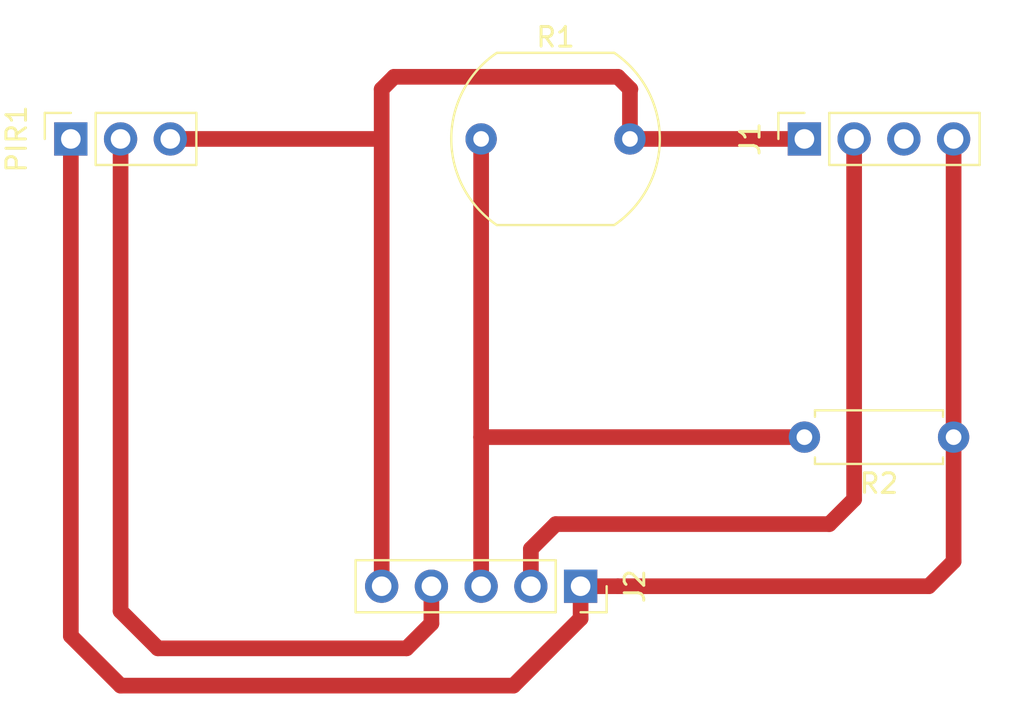
<source format=kicad_pcb>
(kicad_pcb (version 20171130) (host pcbnew "(5.1.2)-1")

  (general
    (thickness 1.6)
    (drawings 12)
    (tracks 32)
    (zones 0)
    (modules 5)
    (nets 7)
  )

  (page A4)
  (layers
    (0 F.Cu signal)
    (31 B.Cu signal)
    (32 B.Adhes user)
    (33 F.Adhes user)
    (34 B.Paste user)
    (35 F.Paste user)
    (36 B.SilkS user)
    (37 F.SilkS user)
    (38 B.Mask user)
    (39 F.Mask user)
    (40 Dwgs.User user)
    (41 Cmts.User user)
    (42 Eco1.User user)
    (43 Eco2.User user)
    (44 Edge.Cuts user)
    (45 Margin user)
    (46 B.CrtYd user)
    (47 F.CrtYd user)
    (48 B.Fab user)
    (49 F.Fab user)
  )

  (setup
    (last_trace_width 0.8)
    (user_trace_width 0.8)
    (trace_clearance 0.2)
    (zone_clearance 0.508)
    (zone_45_only no)
    (trace_min 0.2)
    (via_size 0.8)
    (via_drill 0.4)
    (via_min_size 0.4)
    (via_min_drill 0.3)
    (user_via 2 1)
    (uvia_size 0.3)
    (uvia_drill 0.1)
    (uvias_allowed no)
    (uvia_min_size 0.2)
    (uvia_min_drill 0.1)
    (edge_width 0.05)
    (segment_width 0.2)
    (pcb_text_width 0.3)
    (pcb_text_size 1.5 1.5)
    (mod_edge_width 0.12)
    (mod_text_size 1 1)
    (mod_text_width 0.15)
    (pad_size 1.524 1.524)
    (pad_drill 0.762)
    (pad_to_mask_clearance 0.051)
    (solder_mask_min_width 0.25)
    (aux_axis_origin 0 0)
    (visible_elements FFFFFF7F)
    (pcbplotparams
      (layerselection 0x010fc_ffffffff)
      (usegerberextensions false)
      (usegerberattributes false)
      (usegerberadvancedattributes false)
      (creategerberjobfile false)
      (excludeedgelayer true)
      (linewidth 0.100000)
      (plotframeref false)
      (viasonmask false)
      (mode 1)
      (useauxorigin false)
      (hpglpennumber 1)
      (hpglpenspeed 20)
      (hpglpendiameter 15.000000)
      (psnegative false)
      (psa4output false)
      (plotreference true)
      (plotvalue true)
      (plotinvisibletext false)
      (padsonsilk false)
      (subtractmaskfromsilk false)
      (outputformat 1)
      (mirror false)
      (drillshape 1)
      (scaleselection 1)
      (outputdirectory ""))
  )

  (net 0 "")
  (net 1 "Net-(J1-Pad3)")
  (net 2 /GND)
  (net 3 /DHT11)
  (net 4 /VCC)
  (net 5 /LDR)
  (net 6 /PIR)

  (net_class Default "Esta es la clase de red por defecto."
    (clearance 0.2)
    (trace_width 0.25)
    (via_dia 0.8)
    (via_drill 0.4)
    (uvia_dia 0.3)
    (uvia_drill 0.1)
    (add_net /DHT11)
    (add_net /GND)
    (add_net /LDR)
    (add_net /PIR)
    (add_net /VCC)
    (add_net "Net-(J1-Pad3)")
  )

  (module OptoDevice:R_LDR_10x8.5mm_P7.6mm_Vertical (layer F.Cu) (tedit 5B860466) (tstamp 5CD21056)
    (at 127.635 62.23)
    (descr "Resistor, LDR 10x8.5mm")
    (tags "Resistor LDR10.8.5mm")
    (path /5CD249A2)
    (fp_text reference R1 (at 3.8 -5.2) (layer F.SilkS)
      (effects (font (size 1 1) (thickness 0.15)))
    )
    (fp_text value LDR03 (at 3.7 5.2) (layer F.Fab)
      (effects (font (size 1 1) (thickness 0.15)))
    )
    (fp_text user %R (at 3.8 -2.5) (layer F.Fab)
      (effects (font (size 1 1) (thickness 0.15)))
    )
    (fp_line (start 0.8 4.4) (end 6.8 4.4) (layer F.SilkS) (width 0.12))
    (fp_line (start 0.8 -4.4) (end 6.8 -4.4) (layer F.SilkS) (width 0.12))
    (fp_line (start 2.9 -1.8) (end 4.7 -1.8) (layer F.Fab) (width 0.1))
    (fp_line (start 4.7 -1.8) (end 4.7 -1.2) (layer F.Fab) (width 0.1))
    (fp_line (start 4.7 -1.2) (end 2.9 -1.2) (layer F.Fab) (width 0.1))
    (fp_line (start 2.9 -1.2) (end 2.9 -0.6) (layer F.Fab) (width 0.1))
    (fp_line (start 2.9 -0.6) (end 4.7 -0.6) (layer F.Fab) (width 0.1))
    (fp_line (start 4.7 -0.6) (end 4.7 0) (layer F.Fab) (width 0.1))
    (fp_line (start 4.7 0) (end 2.9 0) (layer F.Fab) (width 0.1))
    (fp_line (start 2.9 0) (end 2.9 0.6) (layer F.Fab) (width 0.1))
    (fp_line (start 2.9 0.6) (end 4.7 0.6) (layer F.Fab) (width 0.1))
    (fp_line (start 4.7 0.6) (end 4.7 1.2) (layer F.Fab) (width 0.1))
    (fp_line (start 4.7 1.2) (end 2.9 1.2) (layer F.Fab) (width 0.1))
    (fp_line (start 2.9 1.2) (end 2.9 1.8) (layer F.Fab) (width 0.1))
    (fp_line (start 2.9 1.8) (end 4.7 1.8) (layer F.Fab) (width 0.1))
    (fp_line (start 6.8 4.25) (end 0.8 4.25) (layer F.Fab) (width 0.1))
    (fp_line (start 0.8 -4.25) (end 6.8 -4.25) (layer F.Fab) (width 0.1))
    (fp_line (start -1.65 -4.5) (end 9.25 -4.5) (layer F.CrtYd) (width 0.05))
    (fp_line (start -1.65 -4.5) (end -1.65 4.5) (layer F.CrtYd) (width 0.05))
    (fp_line (start 9.25 4.5) (end 9.25 -4.5) (layer F.CrtYd) (width 0.05))
    (fp_line (start 9.25 4.5) (end -1.65 4.5) (layer F.CrtYd) (width 0.05))
    (fp_arc (start 3.8 0) (end 0.8 4.4) (angle 111) (layer F.SilkS) (width 0.12))
    (fp_arc (start 3.8 0) (end 6.8 -4.4) (angle 111) (layer F.SilkS) (width 0.12))
    (fp_arc (start 3.8 0) (end 6.8 -4.25) (angle 109) (layer F.Fab) (width 0.1))
    (fp_arc (start 3.8 0) (end 0.8 4.25) (angle 109) (layer F.Fab) (width 0.1))
    (pad 1 thru_hole circle (at 0 0) (size 1.6 1.6) (drill 0.8) (layers *.Cu *.Mask)
      (net 5 /LDR))
    (pad 2 thru_hole circle (at 7.6 0) (size 1.6 1.6) (drill 0.8) (layers *.Cu *.Mask)
      (net 4 /VCC))
    (model ${KISYS3DMOD}/OptoDevice.3dshapes/R_LDR_10x8.5mm_P7.6mm_Vertical.wrl
      (at (xyz 0 0 0))
      (scale (xyz 1 1 1))
      (rotate (xyz 0 0 0))
    )
  )

  (module Resistor_THT:R_Axial_DIN0207_L6.3mm_D2.5mm_P7.62mm_Horizontal (layer F.Cu) (tedit 5AE5139B) (tstamp 5CD238CC)
    (at 151.765 77.47 180)
    (descr "Resistor, Axial_DIN0207 series, Axial, Horizontal, pin pitch=7.62mm, 0.25W = 1/4W, length*diameter=6.3*2.5mm^2, http://cdn-reichelt.de/documents/datenblatt/B400/1_4W%23YAG.pdf")
    (tags "Resistor Axial_DIN0207 series Axial Horizontal pin pitch 7.62mm 0.25W = 1/4W length 6.3mm diameter 2.5mm")
    (path /5CD2C9FB)
    (fp_text reference R2 (at 3.81 -2.37) (layer F.SilkS)
      (effects (font (size 1 1) (thickness 0.15)))
    )
    (fp_text value R (at 3.81 2.37) (layer F.Fab)
      (effects (font (size 1 1) (thickness 0.15)))
    )
    (fp_text user %R (at 3.81 0) (layer F.Fab)
      (effects (font (size 1 1) (thickness 0.15)))
    )
    (fp_line (start 8.67 -1.5) (end -1.05 -1.5) (layer F.CrtYd) (width 0.05))
    (fp_line (start 8.67 1.5) (end 8.67 -1.5) (layer F.CrtYd) (width 0.05))
    (fp_line (start -1.05 1.5) (end 8.67 1.5) (layer F.CrtYd) (width 0.05))
    (fp_line (start -1.05 -1.5) (end -1.05 1.5) (layer F.CrtYd) (width 0.05))
    (fp_line (start 7.08 1.37) (end 7.08 1.04) (layer F.SilkS) (width 0.12))
    (fp_line (start 0.54 1.37) (end 7.08 1.37) (layer F.SilkS) (width 0.12))
    (fp_line (start 0.54 1.04) (end 0.54 1.37) (layer F.SilkS) (width 0.12))
    (fp_line (start 7.08 -1.37) (end 7.08 -1.04) (layer F.SilkS) (width 0.12))
    (fp_line (start 0.54 -1.37) (end 7.08 -1.37) (layer F.SilkS) (width 0.12))
    (fp_line (start 0.54 -1.04) (end 0.54 -1.37) (layer F.SilkS) (width 0.12))
    (fp_line (start 7.62 0) (end 6.96 0) (layer F.Fab) (width 0.1))
    (fp_line (start 0 0) (end 0.66 0) (layer F.Fab) (width 0.1))
    (fp_line (start 6.96 -1.25) (end 0.66 -1.25) (layer F.Fab) (width 0.1))
    (fp_line (start 6.96 1.25) (end 6.96 -1.25) (layer F.Fab) (width 0.1))
    (fp_line (start 0.66 1.25) (end 6.96 1.25) (layer F.Fab) (width 0.1))
    (fp_line (start 0.66 -1.25) (end 0.66 1.25) (layer F.Fab) (width 0.1))
    (pad 2 thru_hole oval (at 7.62 0 180) (size 1.6 1.6) (drill 0.8) (layers *.Cu *.Mask)
      (net 5 /LDR))
    (pad 1 thru_hole circle (at 0 0 180) (size 1.6 1.6) (drill 0.8) (layers *.Cu *.Mask)
      (net 2 /GND))
    (model ${KISYS3DMOD}/Resistor_THT.3dshapes/R_Axial_DIN0207_L6.3mm_D2.5mm_P7.62mm_Horizontal.wrl
      (at (xyz 0 0 0))
      (scale (xyz 1 1 1))
      (rotate (xyz 0 0 0))
    )
  )

  (module Connector_PinSocket_2.54mm:PinSocket_1x05_P2.54mm_Vertical (layer F.Cu) (tedit 5A19A420) (tstamp 5CD233DB)
    (at 132.715 85.09 270)
    (descr "Through hole straight socket strip, 1x05, 2.54mm pitch, single row (from Kicad 4.0.7), script generated")
    (tags "Through hole socket strip THT 1x05 2.54mm single row")
    (path /5CD27744)
    (fp_text reference J2 (at 0 -2.77 90) (layer F.SilkS)
      (effects (font (size 1 1) (thickness 0.15)))
    )
    (fp_text value Conn_01x05 (at 0 12.93 90) (layer F.Fab)
      (effects (font (size 1 1) (thickness 0.15)))
    )
    (fp_text user %R (at 0 5.08) (layer F.Fab)
      (effects (font (size 1 1) (thickness 0.15)))
    )
    (fp_line (start -1.8 11.9) (end -1.8 -1.8) (layer F.CrtYd) (width 0.05))
    (fp_line (start 1.75 11.9) (end -1.8 11.9) (layer F.CrtYd) (width 0.05))
    (fp_line (start 1.75 -1.8) (end 1.75 11.9) (layer F.CrtYd) (width 0.05))
    (fp_line (start -1.8 -1.8) (end 1.75 -1.8) (layer F.CrtYd) (width 0.05))
    (fp_line (start 0 -1.33) (end 1.33 -1.33) (layer F.SilkS) (width 0.12))
    (fp_line (start 1.33 -1.33) (end 1.33 0) (layer F.SilkS) (width 0.12))
    (fp_line (start 1.33 1.27) (end 1.33 11.49) (layer F.SilkS) (width 0.12))
    (fp_line (start -1.33 11.49) (end 1.33 11.49) (layer F.SilkS) (width 0.12))
    (fp_line (start -1.33 1.27) (end -1.33 11.49) (layer F.SilkS) (width 0.12))
    (fp_line (start -1.33 1.27) (end 1.33 1.27) (layer F.SilkS) (width 0.12))
    (fp_line (start -1.27 11.43) (end -1.27 -1.27) (layer F.Fab) (width 0.1))
    (fp_line (start 1.27 11.43) (end -1.27 11.43) (layer F.Fab) (width 0.1))
    (fp_line (start 1.27 -0.635) (end 1.27 11.43) (layer F.Fab) (width 0.1))
    (fp_line (start 0.635 -1.27) (end 1.27 -0.635) (layer F.Fab) (width 0.1))
    (fp_line (start -1.27 -1.27) (end 0.635 -1.27) (layer F.Fab) (width 0.1))
    (pad 5 thru_hole oval (at 0 10.16 270) (size 1.7 1.7) (drill 1) (layers *.Cu *.Mask)
      (net 4 /VCC))
    (pad 4 thru_hole oval (at 0 7.62 270) (size 1.7 1.7) (drill 1) (layers *.Cu *.Mask)
      (net 6 /PIR))
    (pad 3 thru_hole oval (at 0 5.08 270) (size 1.7 1.7) (drill 1) (layers *.Cu *.Mask)
      (net 5 /LDR))
    (pad 2 thru_hole oval (at 0 2.54 270) (size 1.7 1.7) (drill 1) (layers *.Cu *.Mask)
      (net 3 /DHT11))
    (pad 1 thru_hole rect (at 0 0 270) (size 1.7 1.7) (drill 1) (layers *.Cu *.Mask)
      (net 2 /GND))
    (model ${KISYS3DMOD}/Connector_PinSocket_2.54mm.3dshapes/PinSocket_1x05_P2.54mm_Vertical.wrl
      (at (xyz 0 0 0))
      (scale (xyz 1 1 1))
      (rotate (xyz 0 0 0))
    )
  )

  (module Connector_PinSocket_2.54mm:PinSocket_1x04_P2.54mm_Vertical (layer F.Cu) (tedit 5A19A429) (tstamp 5CD23234)
    (at 144.145 62.23 90)
    (descr "Through hole straight socket strip, 1x04, 2.54mm pitch, single row (from Kicad 4.0.7), script generated")
    (tags "Through hole socket strip THT 1x04 2.54mm single row")
    (path /5CD26C89)
    (fp_text reference J1 (at 0 -2.77 90) (layer F.SilkS)
      (effects (font (size 1 1) (thickness 0.15)))
    )
    (fp_text value DHT11 (at 0 10.39 90) (layer F.Fab)
      (effects (font (size 1 1) (thickness 0.15)))
    )
    (fp_text user %R (at 0 3.81) (layer F.Fab)
      (effects (font (size 1 1) (thickness 0.15)))
    )
    (fp_line (start -1.8 9.4) (end -1.8 -1.8) (layer F.CrtYd) (width 0.05))
    (fp_line (start 1.75 9.4) (end -1.8 9.4) (layer F.CrtYd) (width 0.05))
    (fp_line (start 1.75 -1.8) (end 1.75 9.4) (layer F.CrtYd) (width 0.05))
    (fp_line (start -1.8 -1.8) (end 1.75 -1.8) (layer F.CrtYd) (width 0.05))
    (fp_line (start 0 -1.33) (end 1.33 -1.33) (layer F.SilkS) (width 0.12))
    (fp_line (start 1.33 -1.33) (end 1.33 0) (layer F.SilkS) (width 0.12))
    (fp_line (start 1.33 1.27) (end 1.33 8.95) (layer F.SilkS) (width 0.12))
    (fp_line (start -1.33 8.95) (end 1.33 8.95) (layer F.SilkS) (width 0.12))
    (fp_line (start -1.33 1.27) (end -1.33 8.95) (layer F.SilkS) (width 0.12))
    (fp_line (start -1.33 1.27) (end 1.33 1.27) (layer F.SilkS) (width 0.12))
    (fp_line (start -1.27 8.89) (end -1.27 -1.27) (layer F.Fab) (width 0.1))
    (fp_line (start 1.27 8.89) (end -1.27 8.89) (layer F.Fab) (width 0.1))
    (fp_line (start 1.27 -0.635) (end 1.27 8.89) (layer F.Fab) (width 0.1))
    (fp_line (start 0.635 -1.27) (end 1.27 -0.635) (layer F.Fab) (width 0.1))
    (fp_line (start -1.27 -1.27) (end 0.635 -1.27) (layer F.Fab) (width 0.1))
    (pad 4 thru_hole oval (at 0 7.62 90) (size 1.7 1.7) (drill 1) (layers *.Cu *.Mask)
      (net 2 /GND))
    (pad 3 thru_hole oval (at 0 5.08 90) (size 1.7 1.7) (drill 1) (layers *.Cu *.Mask)
      (net 1 "Net-(J1-Pad3)"))
    (pad 2 thru_hole oval (at 0 2.54 90) (size 1.7 1.7) (drill 1) (layers *.Cu *.Mask)
      (net 3 /DHT11))
    (pad 1 thru_hole rect (at 0 0 90) (size 1.7 1.7) (drill 1) (layers *.Cu *.Mask)
      (net 4 /VCC))
    (model ${KISYS3DMOD}/Connector_PinSocket_2.54mm.3dshapes/PinSocket_1x04_P2.54mm_Vertical.wrl
      (at (xyz 0 0 0))
      (scale (xyz 1 1 1))
      (rotate (xyz 0 0 0))
    )
  )

  (module Connector_PinSocket_2.54mm:PinSocket_1x03_P2.54mm_Vertical (layer F.Cu) (tedit 5A19A429) (tstamp 5CD2311A)
    (at 106.68 62.23 90)
    (descr "Through hole straight socket strip, 1x03, 2.54mm pitch, single row (from Kicad 4.0.7), script generated")
    (tags "Through hole socket strip THT 1x03 2.54mm single row")
    (path /5CD23504)
    (fp_text reference PIR1 (at 0 -2.77 90) (layer F.SilkS)
      (effects (font (size 1 1) (thickness 0.15)))
    )
    (fp_text value PIR_Motion_Sensor (at 0 7.85 90) (layer F.Fab)
      (effects (font (size 1 1) (thickness 0.15)))
    )
    (fp_text user %R (at 0 2.54) (layer F.Fab)
      (effects (font (size 1 1) (thickness 0.15)))
    )
    (fp_line (start -1.8 6.85) (end -1.8 -1.8) (layer F.CrtYd) (width 0.05))
    (fp_line (start 1.75 6.85) (end -1.8 6.85) (layer F.CrtYd) (width 0.05))
    (fp_line (start 1.75 -1.8) (end 1.75 6.85) (layer F.CrtYd) (width 0.05))
    (fp_line (start -1.8 -1.8) (end 1.75 -1.8) (layer F.CrtYd) (width 0.05))
    (fp_line (start 0 -1.33) (end 1.33 -1.33) (layer F.SilkS) (width 0.12))
    (fp_line (start 1.33 -1.33) (end 1.33 0) (layer F.SilkS) (width 0.12))
    (fp_line (start 1.33 1.27) (end 1.33 6.41) (layer F.SilkS) (width 0.12))
    (fp_line (start -1.33 6.41) (end 1.33 6.41) (layer F.SilkS) (width 0.12))
    (fp_line (start -1.33 1.27) (end -1.33 6.41) (layer F.SilkS) (width 0.12))
    (fp_line (start -1.33 1.27) (end 1.33 1.27) (layer F.SilkS) (width 0.12))
    (fp_line (start -1.27 6.35) (end -1.27 -1.27) (layer F.Fab) (width 0.1))
    (fp_line (start 1.27 6.35) (end -1.27 6.35) (layer F.Fab) (width 0.1))
    (fp_line (start 1.27 -0.635) (end 1.27 6.35) (layer F.Fab) (width 0.1))
    (fp_line (start 0.635 -1.27) (end 1.27 -0.635) (layer F.Fab) (width 0.1))
    (fp_line (start -1.27 -1.27) (end 0.635 -1.27) (layer F.Fab) (width 0.1))
    (pad 3 thru_hole oval (at 0 5.08 90) (size 1.7 1.7) (drill 1) (layers *.Cu *.Mask)
      (net 4 /VCC))
    (pad 2 thru_hole oval (at 0 2.54 90) (size 1.7 1.7) (drill 1) (layers *.Cu *.Mask)
      (net 6 /PIR))
    (pad 1 thru_hole rect (at 0 0 90) (size 1.7 1.7) (drill 1) (layers *.Cu *.Mask)
      (net 2 /GND))
    (model ${KISYS3DMOD}/Connector_PinSocket_2.54mm.3dshapes/PinSocket_1x03_P2.54mm_Vertical.wrl
      (at (xyz 0 0 0))
      (scale (xyz 1 1 1))
      (rotate (xyz 0 0 0))
    )
  )

  (gr_text "DATA DHT11" (at 146.685 68.58 90) (layer F.CrtYd) (tstamp 5CD23B9D)
    (effects (font (size 1 1) (thickness 0.2)))
  )
  (gr_text NC (at 149.225 66.04 90) (layer F.CrtYd) (tstamp 5CD23B9B)
    (effects (font (size 1 1) (thickness 0.2)))
  )
  (gr_text GND (at 151.765 66.04 90) (layer F.CrtYd) (tstamp 5CD23B99)
    (effects (font (size 1 1) (thickness 0.2)))
  )
  (gr_text VCC (at 144.145 66.04 90) (layer F.CrtYd) (tstamp 5CD23B97)
    (effects (font (size 1 1) (thickness 0.2)))
  )
  (gr_text VCC (at 111.76 66.675 90) (layer F.CrtYd) (tstamp 5CD23B89)
    (effects (font (size 1 1) (thickness 0.2)))
  )
  (gr_text "PIR DATA" (at 109.22 67.945 90) (layer F.CrtYd) (tstamp 5CD23B87)
    (effects (font (size 1 1) (thickness 0.2)))
  )
  (gr_text GND (at 106.68 66.675 90) (layer F.CrtYd) (tstamp 5CD23B7E)
    (effects (font (size 1 1) (thickness 0.2)))
  )
  (gr_text LDR (at 127.635 88.9 -270) (layer F.CrtYd) (tstamp 5CD23B73)
    (effects (font (size 1 1) (thickness 0.2)))
  )
  (gr_text DHT11 (at 130.175 89.535 -270) (layer F.CrtYd) (tstamp 5CD23B71)
    (effects (font (size 1 1) (thickness 0.2)))
  )
  (gr_text PIR (at 125.095 88.9 -270) (layer F.CrtYd) (tstamp 5CD23B6F)
    (effects (font (size 1 1) (thickness 0.2)))
  )
  (gr_text VCC (at 122.555 88.9 -270) (layer F.CrtYd) (tstamp 5CD23B6D)
    (effects (font (size 1 1) (thickness 0.2)))
  )
  (gr_text GND (at 132.715 88.9 -270) (layer F.CrtYd)
    (effects (font (size 1 1) (thickness 0.2)))
  )

  (segment (start 151.765 83.82) (end 151.765 62.23) (width 0.8) (layer F.Cu) (net 2))
  (segment (start 150.495 85.09) (end 151.765 83.82) (width 0.8) (layer F.Cu) (net 2))
  (segment (start 134.62 85.09) (end 150.495 85.09) (width 0.8) (layer F.Cu) (net 2))
  (segment (start 134.62 85.09) (end 132.715 85.09) (width 0.8) (layer F.Cu) (net 2))
  (segment (start 132.715 86.74) (end 129.285 90.17) (width 0.8) (layer F.Cu) (net 2))
  (segment (start 132.715 85.09) (end 132.715 86.74) (width 0.8) (layer F.Cu) (net 2))
  (segment (start 129.285 90.17) (end 109.22 90.17) (width 0.8) (layer F.Cu) (net 2))
  (segment (start 106.68 87.63) (end 106.68 62.23) (width 0.8) (layer F.Cu) (net 2))
  (segment (start 109.22 90.17) (end 106.68 87.63) (width 0.8) (layer F.Cu) (net 2))
  (segment (start 130.175 83.185) (end 130.175 85.09) (width 0.8) (layer F.Cu) (net 3))
  (segment (start 131.445 81.915) (end 130.175 83.185) (width 0.8) (layer F.Cu) (net 3))
  (segment (start 145.415 81.915) (end 131.445 81.915) (width 0.8) (layer F.Cu) (net 3))
  (segment (start 146.685 62.23) (end 146.685 80.645) (width 0.8) (layer F.Cu) (net 3))
  (segment (start 146.685 80.645) (end 145.415 81.915) (width 0.8) (layer F.Cu) (net 3))
  (segment (start 144.145 62.23) (end 135.235 62.23) (width 0.8) (layer F.Cu) (net 4))
  (segment (start 122.555 62.23) (end 111.76 62.23) (width 0.8) (layer F.Cu) (net 4))
  (segment (start 122.555 85.09) (end 122.555 62.23) (width 0.8) (layer F.Cu) (net 4))
  (segment (start 122.555 62.23) (end 122.555 59.69) (width 0.8) (layer F.Cu) (net 4))
  (segment (start 122.555 59.69) (end 123.19 59.055) (width 0.8) (layer F.Cu) (net 4))
  (segment (start 123.19 59.055) (end 134.62 59.055) (width 0.8) (layer F.Cu) (net 4))
  (segment (start 134.62 59.055) (end 135.255 59.69) (width 0.8) (layer F.Cu) (net 4))
  (segment (start 135.235 59.71) (end 135.235 62.23) (width 0.8) (layer F.Cu) (net 4))
  (segment (start 135.255 59.69) (end 135.235 59.71) (width 0.8) (layer F.Cu) (net 4))
  (segment (start 127.635 85.09) (end 127.635 83.887919) (width 0.8) (layer F.Cu) (net 5))
  (segment (start 144.145 77.47) (end 127.635 77.47) (width 0.8) (layer F.Cu) (net 5))
  (segment (start 127.635 83.887919) (end 127.635 77.47) (width 0.8) (layer F.Cu) (net 5))
  (segment (start 127.635 77.47) (end 127.635 62.23) (width 0.8) (layer F.Cu) (net 5))
  (segment (start 109.22 62.23) (end 109.22 86.36) (width 0.8) (layer F.Cu) (net 6))
  (segment (start 109.22 86.36) (end 111.125 88.265) (width 0.8) (layer F.Cu) (net 6))
  (segment (start 111.125 88.265) (end 123.825 88.265) (width 0.8) (layer F.Cu) (net 6))
  (segment (start 125.095 86.995) (end 125.095 85.09) (width 0.8) (layer F.Cu) (net 6))
  (segment (start 123.825 88.265) (end 125.095 86.995) (width 0.8) (layer F.Cu) (net 6))

)

</source>
